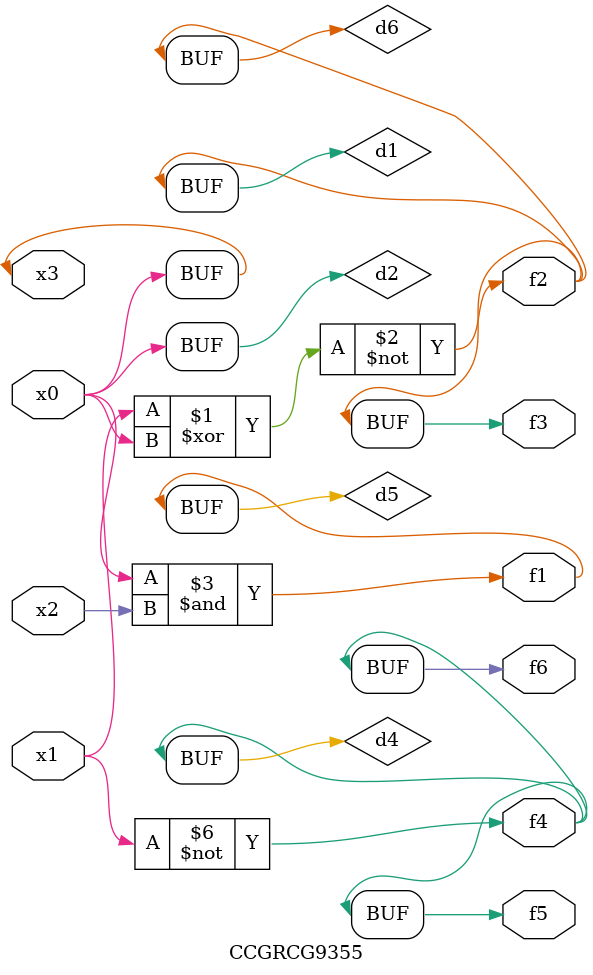
<source format=v>
module CCGRCG9355(
	input x0, x1, x2, x3,
	output f1, f2, f3, f4, f5, f6
);

	wire d1, d2, d3, d4, d5, d6;

	xnor (d1, x1, x3);
	buf (d2, x0, x3);
	nand (d3, x0, x2);
	not (d4, x1);
	nand (d5, d3);
	or (d6, d1);
	assign f1 = d5;
	assign f2 = d6;
	assign f3 = d6;
	assign f4 = d4;
	assign f5 = d4;
	assign f6 = d4;
endmodule

</source>
